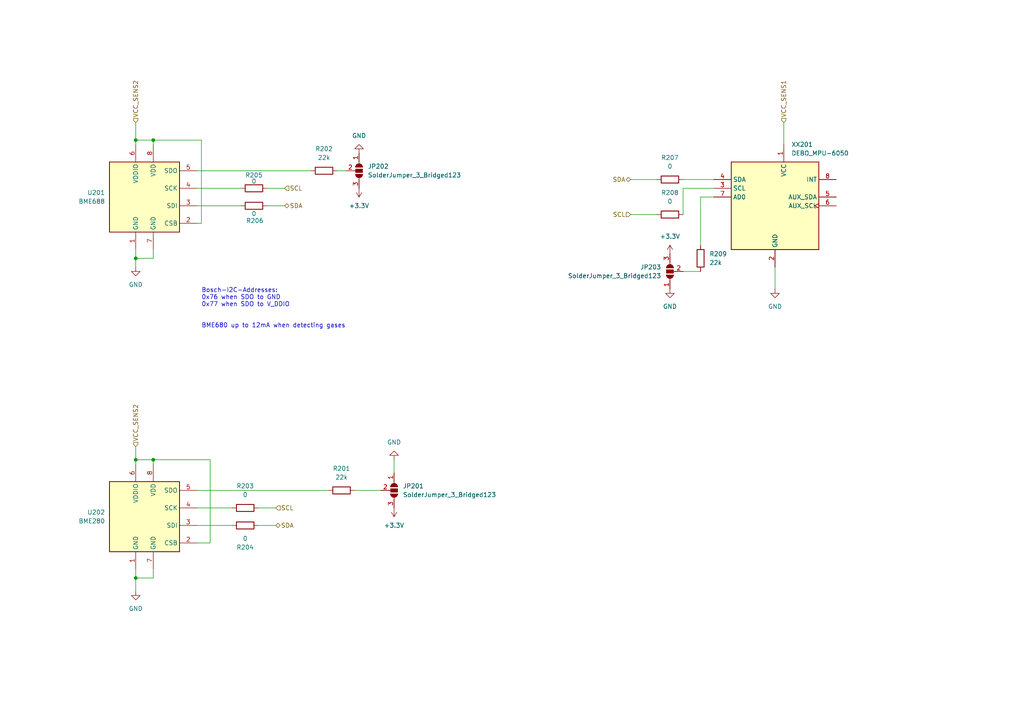
<source format=kicad_sch>
(kicad_sch (version 20231120) (generator "eeschema") (generator_version "8.0")
  (paper "A4")
  (title_block (title "Pouch 2") (date "2024-08-30") (company "Frankfurt University") (comment 2 "Author: Leon Schnieber"))
  (lib_symbols
    (symbol "Device:R" (pin_numbers hide) (pin_names (offset 0))
      (property "Reference" "R" (at 2.032 0 90))
      (property "Value" "R" (at 0 0 90))
      (symbol "R_0_1"
        (rectangle (start -1.016 -2.54) (end 1.016 2.54) (stroke (width 0.254)))
      )
      (symbol "R_1_1"
        (pin passive line (at 0 3.81 270) (length 1.27) (name "~") (number "1"))
        (pin passive line (at 0 -3.81 90) (length 1.27) (name "~") (number "2"))
      )
    )
    (symbol "Jumper:SolderJumper_3_Open" (pin_names (offset 0) hide)
      (property "Reference" "JP" (at -2.54 -2.54 0))
      (property "Value" "SolderJumper_3_Open" (at 0 2.794 0))
      (symbol "SolderJumper_3_Open_0_1"
        (arc (start -1.016 1.016) (mid -2.0275 0) (end -1.016 -1.016))
        (arc (start -1.016 1.016) (mid -2.0275 0) (end -1.016 -1.016) (fill (type outline)))
        (rectangle (start -0.508 1.016) (end 0.508 -1.016) (fill (type outline)))
        (polyline (pts (xy -2.54 0) (xy -2.032 0)))
        (polyline (pts (xy -1.016 1.016) (xy -1.016 -1.016)))
        (polyline (pts (xy 0 -1.27) (xy 0 -1.016)))
        (polyline (pts (xy 1.016 1.016) (xy 1.016 -1.016)))
        (polyline (pts (xy 2.54 0) (xy 2.032 0)))
        (arc (start 1.016 -1.016) (mid 2.0275 0) (end 1.016 1.016))
        (arc (start 1.016 -1.016) (mid 2.0275 0) (end 1.016 1.016) (fill (type outline)))
      )
      (symbol "SolderJumper_3_Open_1_1"
        (pin passive line (at -5.08 0 0) (length 2.54) (name "A") (number "1"))
        (pin input line (at 0 -3.81 90) (length 2.54) (name "C") (number "2"))
        (pin passive line (at 5.08 0 180) (length 2.54) (name "B") (number "3"))
      )
    )
    (symbol "Sensor:BME280"
      (property "Reference" "U" (at -8.89 11.43 0))
      (property "Value" "BME280" (at 7.62 11.43 0))
      (symbol "BME280_0_1"
        (rectangle (start -10.16 10.16) (end 10.16 -10.16) (stroke (width 0.254)) (fill (type background)))
      )
      (symbol "BME280_1_1"
        (pin power_in line (at -2.54 -15.24 90) (length 5.08) (name "GND") (number "1"))
        (pin input line (at 15.24 -7.62 180) (length 5.08) (name "CSB") (number "2"))
        (pin bidirectional line (at 15.24 -2.54 180) (length 5.08) (name "SDI") (number "3"))
        (pin input line (at 15.24 2.54 180) (length 5.08) (name "SCK") (number "4"))
        (pin bidirectional line (at 15.24 7.62 180) (length 5.08) (name "SDO") (number "5"))
        (pin power_in line (at -2.54 15.24 270) (length 5.08) (name "VDDIO") (number "6"))
        (pin power_in line (at 2.54 -15.24 90) (length 5.08) (name "GND") (number "7"))
        (pin power_in line (at 2.54 15.24 270) (length 5.08) (name "VDD") (number "8"))
      )
    )
    (symbol "Sensor:BME680"
      (property "Reference" "U" (at -8.89 11.43 0))
      (property "Value" "BME680" (at 7.62 11.43 0))
      (symbol "BME680_0_1"
        (rectangle (start -10.16 10.16) (end 10.16 -10.16) (stroke (width 0.254)) (fill (type background)))
      )
      (symbol "BME680_1_1"
        (pin power_in line (at -2.54 -15.24 90) (length 5.08) (name "GND") (number "1"))
        (pin input line (at 15.24 -7.62 180) (length 5.08) (name "CSB") (number "2"))
        (pin bidirectional line (at 15.24 -2.54 180) (length 5.08) (name "SDI") (number "3"))
        (pin input line (at 15.24 2.54 180) (length 5.08) (name "SCK") (number "4"))
        (pin bidirectional line (at 15.24 7.62 180) (length 5.08) (name "SDO") (number "5"))
        (pin power_in line (at -2.54 15.24 270) (length 5.08) (name "VDDIO") (number "6"))
        (pin power_in line (at 2.54 -15.24 90) (length 5.08) (name "GND") (number "7"))
        (pin power_in line (at 2.54 15.24 270) (length 5.08) (name "VDD") (number "8"))
      )
    )
    (symbol "SensorBoards:DEBO_MPU-6050"
      (property "Reference" "XX" (at -11.43 13.97 0))
      (property "Value" "DEBO_MPU-6050" (at 7.62 -13.97 0))
      (symbol "DEBO_MPU-6050_0_1"
        (rectangle (start -12.7 12.7) (end 12.7 -12.7) (stroke (width 0.254)) (fill (type background)))
      )
      (symbol "DEBO_MPU-6050_1_1"
        (pin power_in line (at 2.54 17.78 270) (length 5.08) (name "VCC") (number "1"))
        (pin power_in line (at 0 -17.78 90) (length 5.08) (name "GND") (number "2"))
        (pin input line (at -17.78 5.08 0) (length 5.08) (name "SCL") (number "3"))
        (pin bidirectional line (at -17.78 7.62 0) (length 5.08) (name "SDA") (number "4"))
        (pin bidirectional line (at 17.78 2.54 180) (length 5.08) (name "AUX_SDA") (number "5"))
        (pin output clock (at 17.78 0 180) (length 5.08) (name "AUX_SCL") (number "6"))
        (pin input line (at -17.78 2.54 0) (length 5.08) (name "AD0") (number "7"))
        (pin output line (at 17.78 7.62 180) (length 5.08) (name "INT") (number "8"))
      )
    )
    (symbol "power:+3.3V" (power) (pin_names (offset 0))
      (property "Value" "+3.3V" (at 0 3.556 0))
      (symbol "+3.3V_0_1"
        (polyline (pts (xy -0.762 1.27) (xy 0 2.54)))
        (polyline (pts (xy 0 0) (xy 0 2.54)))
        (polyline (pts (xy 0 2.54) (xy 0.762 1.27)))
      )
      (symbol "+3.3V_1_1"
        (pin power_in line (at 0 0 90) (length 0) hide (name "+3V3") (number "1"))
      )
    )
    (symbol "power:GND" (power) (pin_names (offset 0))
      (property "Value" "GND" (at 0 -3.81 0))
      (symbol "GND_0_1"
        (polyline (pts (xy 0 0) (xy 0 -1.27) (xy 1.27 -1.27) (xy 0 -2.54) (xy -1.27 -1.27) (xy 0 -1.27)))
      )
      (symbol "GND_1_1"
        (pin power_in line (at 0 0 270) (length 0) hide (name "GND") (number "1"))
      )
    )
  )
  (junction (at 39.37 167.64))
  (junction (at 44.45 133.35))
  (junction (at 39.37 74.93))
  (junction (at 44.45 40.64))
  (junction (at 39.37 133.35))
  (junction (at 39.37 40.64))
  (wire (pts (xy 102.87 142.24) (xy 110.49 142.24)))
  (wire (pts (xy 82.55 54.61) (xy 77.47 54.61)))
  (wire (pts (xy 182.88 52.07) (xy 190.5 52.07)))
  (wire (pts (xy 44.45 133.35) (xy 60.96 133.35)))
  (wire (pts (xy 57.15 147.32) (xy 67.31 147.32)))
  (wire (pts (xy 90.17 49.53) (xy 57.15 49.53)))
  (wire (pts (xy 57.15 54.61) (xy 69.85 54.61)))
  (wire (pts (xy 39.37 134.62) (xy 39.37 133.35)))
  (wire (pts (xy 39.37 40.64) (xy 44.45 40.64)))
  (wire (pts (xy 203.2 57.15) (xy 203.2 71.12)))
  (wire (pts (xy 44.45 40.64) (xy 44.45 41.91)))
  (wire (pts (xy 44.45 133.35) (xy 44.45 134.62)))
  (wire (pts (xy 198.12 62.23) (xy 198.12 54.61)))
  (wire (pts (xy 39.37 167.64) (xy 39.37 171.45)))
  (wire (pts (xy 224.79 77.47) (xy 224.79 83.82)))
  (wire (pts (xy 227.33 35.56) (xy 227.33 41.91)))
  (wire (pts (xy 39.37 129.54) (xy 39.37 133.35)))
  (wire (pts (xy 39.37 133.35) (xy 44.45 133.35)))
  (wire (pts (xy 57.15 157.48) (xy 60.96 157.48)))
  (wire (pts (xy 44.45 74.93) (xy 39.37 74.93)))
  (wire (pts (xy 58.42 64.77) (xy 58.42 40.64)))
  (wire (pts (xy 44.45 40.64) (xy 58.42 40.64)))
  (wire (pts (xy 39.37 41.91) (xy 39.37 40.64)))
  (wire (pts (xy 97.79 49.53) (xy 100.33 49.53)))
  (wire (pts (xy 114.3 137.16) (xy 114.3 133.35)))
  (wire (pts (xy 82.55 59.69) (xy 77.47 59.69)))
  (wire (pts (xy 182.88 62.23) (xy 190.5 62.23)))
  (wire (pts (xy 198.12 52.07) (xy 207.01 52.07)))
  (wire (pts (xy 57.15 152.4) (xy 67.31 152.4)))
  (wire (pts (xy 44.45 165.1) (xy 44.45 167.64)))
  (wire (pts (xy 39.37 72.39) (xy 39.37 74.93)))
  (wire (pts (xy 39.37 165.1) (xy 39.37 167.64)))
  (wire (pts (xy 57.15 64.77) (xy 58.42 64.77)))
  (wire (pts (xy 60.96 133.35) (xy 60.96 157.48)))
  (wire (pts (xy 39.37 74.93) (xy 39.37 77.47)))
  (wire (pts (xy 74.93 147.32) (xy 80.01 147.32)))
  (wire (pts (xy 57.15 142.24) (xy 95.25 142.24)))
  (wire (pts (xy 57.15 59.69) (xy 69.85 59.69)))
  (wire (pts (xy 203.2 57.15) (xy 207.01 57.15)))
  (wire (pts (xy 203.2 78.74) (xy 198.12 78.74)))
  (wire (pts (xy 44.45 72.39) (xy 44.45 74.93)))
  (wire (pts (xy 44.45 167.64) (xy 39.37 167.64)))
  (wire (pts (xy 39.37 35.56) (xy 39.37 40.64)))
  (wire (pts (xy 74.93 152.4) (xy 80.01 152.4)))
  (wire (pts (xy 198.12 54.61) (xy 207.01 54.61)))
  (text "Bosch-I2C-Addresses:\n0x76 when SDO to GND\n0x77 when SDO to V_DDIO\n\n\nBME680 up to 12mA when detecting gases" (at 58.42 89.408 0) (effects (font (size 1.27 1.27)) (justify left)))
  (hierarchical_label "VCC_SENS2" (shape input) (at 39.37 129.54 90))
  (hierarchical_label "VCC_SENS1" (shape input) (at 227.33 35.56 90))
  (hierarchical_label "SCL" (shape input) (at 80.01 147.32 0))
  (hierarchical_label "SCL" (shape input) (at 82.55 54.61 0))
  (hierarchical_label "SDA" (shape bidirectional) (at 80.01 152.4 0))
  (hierarchical_label "SCL" (shape input) (at 182.88 62.23 180))
  (hierarchical_label "SDA" (shape bidirectional) (at 82.55 59.69 0))
  (hierarchical_label "SDA" (shape bidirectional) (at 182.88 52.07 180))
  (hierarchical_label "VCC_SENS2" (shape input) (at 39.37 35.56 90))
  (symbol (lib_id "Device:R") (at 71.12 147.32 90) (unit 1)
    (property "Reference" "R203" (at 71.12 140.97 90))
    (property "Value" "0" (at 71.12 143.51 90))
    (property "Footprint" "Resistor_SMD:R_0805_2012Metric" (effects (hide yes)))
    (property "Description" "Resistor" (effects (hide yes)))
  )
  (symbol (lib_id "Jumper:SolderJumper_3_Open") (at 114.3 142.24 270) (unit 1)
    (property "Reference" "JP201" (at 116.84 140.9699 90) (effects (justify left)))
    (property "Value" "SolderJumper_3_Bridged123" (at 116.84 143.5099 90) (effects (justify left)))
    (property "Footprint" "Jumper:SolderJumper-3_P2.0mm_Open_TrianglePad1.0x1.5mm_NumberLabels" (effects (hide yes)))
    (property "Description" "Solder Jumper, 3-pole, open" (effects (hide yes)))
  )
  (symbol (lib_id "power:+3.3V") (at 114.3 147.32 180) (unit 1)
    (property "Reference" "#PWR0204" (effects (hide yes)))
    (property "Value" "+3.3V" (at 114.3 152.4 0))
    (property "Description" "Power symbol creates a global label with name \"+3.3V\"" (effects (hide yes)))
  )
  (symbol (lib_id "Jumper:SolderJumper_3_Open") (at 194.31 78.74 90) (unit 1)
    (property "Reference" "JP203" (at 191.77 77.4699 90) (effects (justify left)))
    (property "Value" "SolderJumper_3_Bridged123" (at 191.77 80.0099 90) (effects (justify left)))
    (property "Footprint" "Jumper:SolderJumper-3_P2.0mm_Open_TrianglePad1.0x1.5mm_NumberLabels" (effects (hide yes)))
    (property "Description" "Solder Jumper, 3-pole, open" (effects (hide yes)))
  )
  (symbol (lib_id "power:GND") (at 194.31 83.82 0) (unit 1)
    (property "Reference" "#PWR0208" (effects (hide yes)))
    (property "Value" "GND" (at 194.31 88.9 0))
    (property "Description" "Power symbol creates a global label with name \"GND\" , ground" (effects (hide yes)))
  )
  (symbol (lib_id "Device:R") (at 194.31 62.23 90) (unit 1)
    (property "Reference" "R208" (at 194.31 55.88 90))
    (property "Value" "0" (at 194.31 58.42 90))
    (property "Footprint" "Resistor_SMD:R_0805_2012Metric" (effects (hide yes)))
    (property "Description" "Resistor" (effects (hide yes)))
  )
  (symbol (lib_id "Sensor:BME680") (at 41.91 57.15 0) (unit 1)
    (property "Reference" "U201" (at 30.48 55.8799 0) (effects (justify right)))
    (property "Value" "BME688" (at 30.48 58.4199 0) (effects (justify right)))
    (property "Footprint" "Package_LGA:Bosch_LGA-8_3x3mm_P0.8mm_ClockwisePinNumbering" (effects (hide yes)))
    (property "Datasheet" "https://ae-bst.resource.bosch.com/media/_tech/media/datasheets/BST-BME680-DS001.pdf" (effects (hide yes)))
    (property "Description" "4-in-1 sensor, gas, humidity, pressure, temperature, I2C and SPI interface, 1.71-3.6V, LGA-8" (effects (hide yes)))
  )
  (symbol (lib_id "Device:R") (at 71.12 152.4 90) (unit 1)
    (property "Reference" "R204" (at 71.12 158.75 90))
    (property "Value" "0" (at 71.12 156.21 90))
    (property "Footprint" "Resistor_SMD:R_0805_2012Metric" (effects (hide yes)))
    (property "Description" "Resistor" (effects (hide yes)))
  )
  (symbol (lib_id "power:GND") (at 224.79 83.82 0) (unit 1)
    (property "Reference" "#PWR0209" (effects (hide yes)))
    (property "Value" "GND" (at 224.79 88.9 0))
    (property "Description" "Power symbol creates a global label with name \"GND\" , ground" (effects (hide yes)))
  )
  (symbol (lib_id "Jumper:SolderJumper_3_Open") (at 104.14 49.53 270) (unit 1)
    (property "Reference" "JP202" (at 106.68 48.2599 90) (effects (justify left)))
    (property "Value" "SolderJumper_3_Bridged123" (at 106.68 50.7999 90) (effects (justify left)))
    (property "Footprint" "Jumper:SolderJumper-3_P2.0mm_Open_TrianglePad1.0x1.5mm_NumberLabels" (effects (hide yes)))
    (property "Description" "Solder Jumper, 3-pole, open" (effects (hide yes)))
  )
  (symbol (lib_id "SensorBoards:DEBO_MPU-6050") (at 224.79 59.69 0) (unit 1)
    (property "Reference" "XX201" (at 229.5241 41.91 0) (effects (justify left)))
    (property "Value" "DEBO_MPU-6050" (at 229.5241 44.45 0) (effects (justify left)))
    (property "Footprint" "SensorBoards:DEBO_MPU6050" (effects (hide yes)))
    (property "Datasheet" "https://store.invensense.com/datasheets/invensense/MPU-6050_DataSheet_V3%204.pdf" (effects (hide yes)))
    (property "Description" "InvenSense 6-Axis Motion Sensor, Gyroscope, Accelerometer, I2C" (effects (hide yes)))
  )
  (symbol (lib_id "power:GND") (at 114.3 133.35 180) (unit 1)
    (property "Reference" "#PWR0203" (effects (hide yes)))
    (property "Value" "GND" (at 114.3 128.27 0))
    (property "Description" "Power symbol creates a global label with name \"GND\" , ground" (effects (hide yes)))
  )
  (symbol (lib_id "Device:R") (at 73.66 59.69 90) (unit 1)
    (property "Reference" "R206" (at 73.914 64.008 90))
    (property "Value" "0" (at 73.66 61.976 90))
    (property "Footprint" "Resistor_SMD:R_0805_2012Metric" (effects (hide yes)))
    (property "Description" "Resistor" (effects (hide yes)))
  )
  (symbol (lib_id "Device:R") (at 93.98 49.53 270) (unit 1)
    (property "Reference" "R202" (at 93.98 43.18 90))
    (property "Value" "22k" (at 93.98 45.72 90))
    (property "Footprint" "Resistor_SMD:R_0805_2012Metric" (effects (hide yes)))
    (property "Description" "Resistor" (effects (hide yes)))
  )
  (symbol (lib_id "Device:R") (at 73.66 54.61 270) (unit 1)
    (property "Reference" "R205" (at 73.66 50.8 90))
    (property "Value" "0" (at 73.66 52.578 90))
    (property "Footprint" "Resistor_SMD:R_0805_2012Metric" (effects (hide yes)))
    (property "Description" "Resistor" (effects (hide yes)))
  )
  (symbol (lib_id "Device:R") (at 194.31 52.07 270) (unit 1)
    (property "Reference" "R207" (at 194.31 45.72 90))
    (property "Value" "0" (at 194.31 48.26 90))
    (property "Footprint" "Resistor_SMD:R_0805_2012Metric" (effects (hide yes)))
    (property "Description" "Resistor" (effects (hide yes)))
  )
  (symbol (lib_id "Device:R") (at 99.06 142.24 90) (unit 1)
    (property "Reference" "R201" (at 99.06 135.89 90))
    (property "Value" "22k" (at 99.06 138.43 90))
    (property "Footprint" "Resistor_SMD:R_0805_2012Metric" (effects (hide yes)))
    (property "Description" "Resistor" (effects (hide yes)))
  )
  (symbol (lib_id "power:GND") (at 39.37 77.47 0) (unit 1)
    (property "Reference" "#PWR0201" (effects (hide yes)))
    (property "Value" "GND" (at 39.37 82.55 0))
    (property "Description" "Power symbol creates a global label with name \"GND\" , ground" (effects (hide yes)))
  )
  (symbol (lib_id "power:GND") (at 39.37 171.45 0) (unit 1)
    (property "Reference" "#PWR0202" (effects (hide yes)))
    (property "Value" "GND" (at 39.37 176.53 0))
    (property "Description" "Power symbol creates a global label with name \"GND\" , ground" (effects (hide yes)))
  )
  (symbol (lib_id "Sensor:BME280") (at 41.91 149.86 0) (unit 1)
    (property "Reference" "U202" (at 30.48 148.5899 0) (effects (justify right)))
    (property "Value" "BME280" (at 30.48 151.1299 0) (effects (justify right)))
    (property "Footprint" "Package_LGA:Bosch_LGA-8_2.5x2.5mm_P0.65mm_ClockwisePinNumbering" (effects (hide yes)))
    (property "Datasheet" "https://ae-bst.resource.bosch.com/media/_tech/media/datasheets/BST-BME280-DS002.pdf" (effects (hide yes)))
    (property "Description" "3-in-1 sensor, humidity, pressure, temperature, I2C and SPI interface, 1.71-3.6V, LGA-8" (effects (hide yes)))
  )
  (symbol (lib_id "power:GND") (at 104.14 44.45 180) (unit 1)
    (property "Reference" "#PWR0205" (effects (hide yes)))
    (property "Value" "GND" (at 104.14 39.37 0))
    (property "Description" "Power symbol creates a global label with name \"GND\" , ground" (effects (hide yes)))
  )
  (symbol (lib_id "Device:R") (at 203.2 74.93 0) (unit 1)
    (property "Reference" "R209" (at 205.74 73.6599 0) (effects (justify left)))
    (property "Value" "22k" (at 205.74 76.1999 0) (effects (justify left)))
    (property "Footprint" "Resistor_SMD:R_0805_2012Metric" (effects (hide yes)))
    (property "Description" "Resistor" (effects (hide yes)))
  )
  (symbol (lib_id "power:+3.3V") (at 194.31 73.66 0) (unit 1)
    (property "Reference" "#PWR0207" (effects (hide yes)))
    (property "Value" "+3.3V" (at 194.31 68.58 0))
    (property "Description" "Power symbol creates a global label with name \"+3.3V\"" (effects (hide yes)))
  )
  (symbol (lib_id "power:+3.3V") (at 104.14 54.61 180) (unit 1)
    (property "Reference" "#PWR0206" (effects (hide yes)))
    (property "Value" "+3.3V" (at 104.14 59.69 0))
    (property "Description" "Power symbol creates a global label with name \"+3.3V\"" (effects (hide yes)))
  )
)
</source>
